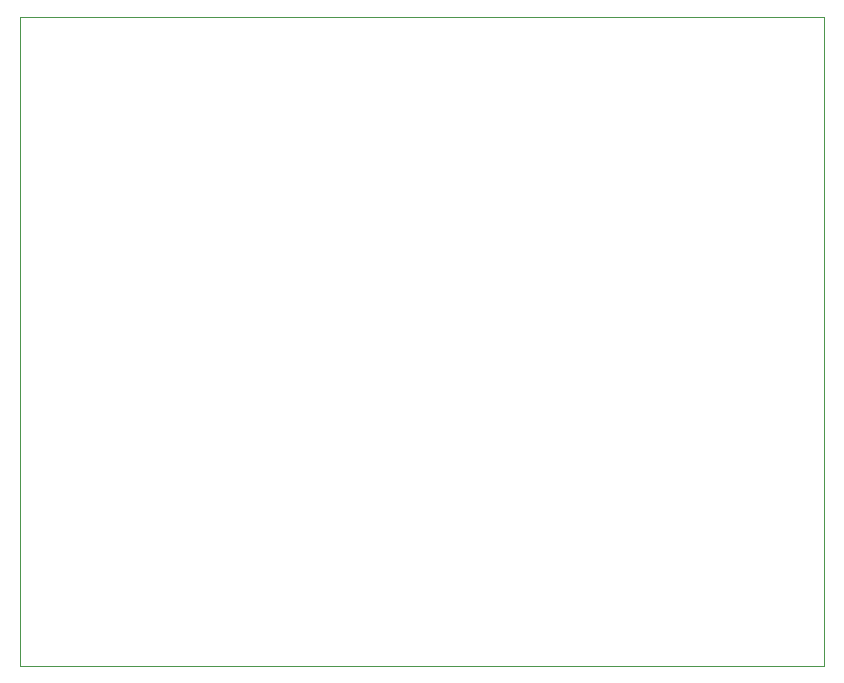
<source format=gbr>
G04 #@! TF.GenerationSoftware,KiCad,Pcbnew,(6.0.0)*
G04 #@! TF.CreationDate,2022-10-11T17:00:54+02:00*
G04 #@! TF.ProjectId,smol-jvs,736d6f6c-2d6a-4767-932e-6b696361645f,rev?*
G04 #@! TF.SameCoordinates,Original*
G04 #@! TF.FileFunction,Profile,NP*
%FSLAX46Y46*%
G04 Gerber Fmt 4.6, Leading zero omitted, Abs format (unit mm)*
G04 Created by KiCad (PCBNEW (6.0.0)) date 2022-10-11 17:00:54*
%MOMM*%
%LPD*%
G01*
G04 APERTURE LIST*
G04 #@! TA.AperFunction,Profile*
%ADD10C,0.050000*%
G04 #@! TD*
G04 APERTURE END LIST*
D10*
X240000000Y-99000000D02*
X172000000Y-99000000D01*
X172000000Y-99000000D02*
X172000000Y-44000000D01*
X240000000Y-44000000D02*
X240000000Y-99000000D01*
X172000000Y-44000000D02*
X240000000Y-44000000D01*
M02*

</source>
